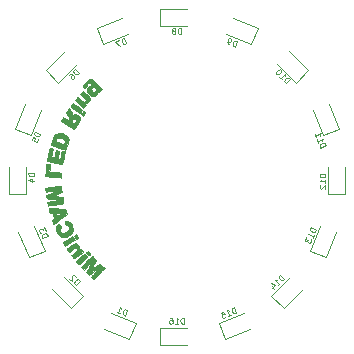
<source format=gbr>
G04 #@! TF.GenerationSoftware,KiCad,Pcbnew,(5.1.4)-1*
G04 #@! TF.CreationDate,2020-09-01T22:50:08-07:00*
G04 #@! TF.ProjectId,LED_Ring,4c45445f-5269-46e6-972e-6b696361645f,rev?*
G04 #@! TF.SameCoordinates,Original*
G04 #@! TF.FileFunction,Legend,Bot*
G04 #@! TF.FilePolarity,Positive*
%FSLAX46Y46*%
G04 Gerber Fmt 4.6, Leading zero omitted, Abs format (unit mm)*
G04 Created by KiCad (PCBNEW (5.1.4)-1) date 2020-09-01 22:50:08*
%MOMM*%
%LPD*%
G04 APERTURE LIST*
%ADD10C,0.010000*%
%ADD11C,0.100000*%
G04 APERTURE END LIST*
D10*
G36*
X102625796Y-86478826D02*
G01*
X102575476Y-86416408D01*
X102555444Y-86392859D01*
X102442745Y-86260828D01*
X102360676Y-86325057D01*
X102308630Y-86372940D01*
X102280766Y-86412536D01*
X102279258Y-86419898D01*
X102296327Y-86454167D01*
X102339800Y-86511096D01*
X102384445Y-86561278D01*
X102454661Y-86627644D01*
X102508658Y-86651901D01*
X102559673Y-86634787D01*
X102620941Y-86577042D01*
X102623155Y-86574602D01*
X102645103Y-86545757D01*
X102647494Y-86517887D01*
X102625796Y-86478826D01*
X102625796Y-86478826D01*
G37*
X102625796Y-86478826D02*
X102575476Y-86416408D01*
X102555444Y-86392859D01*
X102442745Y-86260828D01*
X102360676Y-86325057D01*
X102308630Y-86372940D01*
X102280766Y-86412536D01*
X102279258Y-86419898D01*
X102296327Y-86454167D01*
X102339800Y-86511096D01*
X102384445Y-86561278D01*
X102454661Y-86627644D01*
X102508658Y-86651901D01*
X102559673Y-86634787D01*
X102620941Y-86577042D01*
X102623155Y-86574602D01*
X102645103Y-86545757D01*
X102647494Y-86517887D01*
X102625796Y-86478826D01*
G36*
X103248369Y-72174382D02*
G01*
X103105339Y-72023731D01*
X102990012Y-71908795D01*
X102896309Y-71825764D01*
X102818149Y-71770830D01*
X102749453Y-71740182D01*
X102684140Y-71730009D01*
X102616131Y-71736504D01*
X102567664Y-71747840D01*
X102481945Y-71787293D01*
X102380518Y-71858157D01*
X102276492Y-71948562D01*
X102182974Y-72046637D01*
X102113071Y-72140511D01*
X102093078Y-72177635D01*
X102060313Y-72254631D01*
X102049261Y-72307252D01*
X102058882Y-72357882D01*
X102082073Y-72414995D01*
X102113484Y-72475176D01*
X102141916Y-72511352D01*
X102143609Y-72512513D01*
X102174793Y-72504255D01*
X102222178Y-72462997D01*
X102276204Y-72400905D01*
X102327308Y-72330145D01*
X102365931Y-72262882D01*
X102382511Y-72211282D01*
X102382599Y-72208412D01*
X102404785Y-72143274D01*
X102459367Y-72082101D01*
X102528382Y-72041799D01*
X102567225Y-72034647D01*
X102611883Y-72052121D01*
X102673796Y-72096792D01*
X102711852Y-72131651D01*
X102808856Y-72228655D01*
X102693220Y-72247979D01*
X102600923Y-72275338D01*
X102520755Y-72330737D01*
X102480092Y-72370951D01*
X102421746Y-72439053D01*
X102392740Y-72497249D01*
X102383188Y-72569762D01*
X102382599Y-72609810D01*
X102404139Y-72751516D01*
X102463272Y-72881445D01*
X102551771Y-72992592D01*
X102661409Y-73077949D01*
X102783958Y-73130510D01*
X102911191Y-73143269D01*
X102936990Y-73138159D01*
X102936990Y-72803902D01*
X102870769Y-72784584D01*
X102799366Y-72724783D01*
X102762374Y-72683187D01*
X102707888Y-72598835D01*
X102700990Y-72525703D01*
X102741527Y-72454405D01*
X102758388Y-72436433D01*
X102817056Y-72387919D01*
X102870080Y-72376927D01*
X102936120Y-72402150D01*
X102969625Y-72421638D01*
X103047471Y-72490025D01*
X103092325Y-72572599D01*
X103102878Y-72657274D01*
X103077821Y-72731961D01*
X103015846Y-72784574D01*
X103009240Y-72787473D01*
X102936990Y-72803902D01*
X102936990Y-73138159D01*
X102990557Y-73127549D01*
X103094714Y-73069167D01*
X103183834Y-72976001D01*
X103243350Y-72865263D01*
X103256798Y-72813014D01*
X103268959Y-72748325D01*
X103283067Y-72726936D01*
X103308289Y-72740650D01*
X103323108Y-72753737D01*
X103352071Y-72775759D01*
X103379094Y-72777060D01*
X103416001Y-72752459D01*
X103474609Y-72696772D01*
X103491540Y-72679883D01*
X103610325Y-72561099D01*
X103248369Y-72174382D01*
X103248369Y-72174382D01*
G37*
X103248369Y-72174382D02*
X103105339Y-72023731D01*
X102990012Y-71908795D01*
X102896309Y-71825764D01*
X102818149Y-71770830D01*
X102749453Y-71740182D01*
X102684140Y-71730009D01*
X102616131Y-71736504D01*
X102567664Y-71747840D01*
X102481945Y-71787293D01*
X102380518Y-71858157D01*
X102276492Y-71948562D01*
X102182974Y-72046637D01*
X102113071Y-72140511D01*
X102093078Y-72177635D01*
X102060313Y-72254631D01*
X102049261Y-72307252D01*
X102058882Y-72357882D01*
X102082073Y-72414995D01*
X102113484Y-72475176D01*
X102141916Y-72511352D01*
X102143609Y-72512513D01*
X102174793Y-72504255D01*
X102222178Y-72462997D01*
X102276204Y-72400905D01*
X102327308Y-72330145D01*
X102365931Y-72262882D01*
X102382511Y-72211282D01*
X102382599Y-72208412D01*
X102404785Y-72143274D01*
X102459367Y-72082101D01*
X102528382Y-72041799D01*
X102567225Y-72034647D01*
X102611883Y-72052121D01*
X102673796Y-72096792D01*
X102711852Y-72131651D01*
X102808856Y-72228655D01*
X102693220Y-72247979D01*
X102600923Y-72275338D01*
X102520755Y-72330737D01*
X102480092Y-72370951D01*
X102421746Y-72439053D01*
X102392740Y-72497249D01*
X102383188Y-72569762D01*
X102382599Y-72609810D01*
X102404139Y-72751516D01*
X102463272Y-72881445D01*
X102551771Y-72992592D01*
X102661409Y-73077949D01*
X102783958Y-73130510D01*
X102911191Y-73143269D01*
X102936990Y-73138159D01*
X102936990Y-72803902D01*
X102870769Y-72784584D01*
X102799366Y-72724783D01*
X102762374Y-72683187D01*
X102707888Y-72598835D01*
X102700990Y-72525703D01*
X102741527Y-72454405D01*
X102758388Y-72436433D01*
X102817056Y-72387919D01*
X102870080Y-72376927D01*
X102936120Y-72402150D01*
X102969625Y-72421638D01*
X103047471Y-72490025D01*
X103092325Y-72572599D01*
X103102878Y-72657274D01*
X103077821Y-72731961D01*
X103015846Y-72784574D01*
X103009240Y-72787473D01*
X102936990Y-72803902D01*
X102936990Y-73138159D01*
X102990557Y-73127549D01*
X103094714Y-73069167D01*
X103183834Y-72976001D01*
X103243350Y-72865263D01*
X103256798Y-72813014D01*
X103268959Y-72748325D01*
X103283067Y-72726936D01*
X103308289Y-72740650D01*
X103323108Y-72753737D01*
X103352071Y-72775759D01*
X103379094Y-72777060D01*
X103416001Y-72752459D01*
X103474609Y-72696772D01*
X103491540Y-72679883D01*
X103610325Y-72561099D01*
X103248369Y-72174382D01*
G36*
X102158018Y-74489178D02*
G01*
X102102145Y-74448766D01*
X102060925Y-74428059D01*
X102056675Y-74427393D01*
X102031736Y-74445748D01*
X101987281Y-74492618D01*
X101934445Y-74554516D01*
X101884363Y-74617959D01*
X101848170Y-74669458D01*
X101836642Y-74693872D01*
X101855325Y-74713408D01*
X101901471Y-74750477D01*
X101913584Y-74759542D01*
X101969642Y-74797025D01*
X102008358Y-74815892D01*
X102012026Y-74816428D01*
X102037553Y-74797122D01*
X102082926Y-74746751D01*
X102132970Y-74683228D01*
X102232413Y-74550028D01*
X102158018Y-74489178D01*
X102158018Y-74489178D01*
G37*
X102158018Y-74489178D02*
X102102145Y-74448766D01*
X102060925Y-74428059D01*
X102056675Y-74427393D01*
X102031736Y-74445748D01*
X101987281Y-74492618D01*
X101934445Y-74554516D01*
X101884363Y-74617959D01*
X101848170Y-74669458D01*
X101836642Y-74693872D01*
X101855325Y-74713408D01*
X101901471Y-74750477D01*
X101913584Y-74759542D01*
X101969642Y-74797025D01*
X102008358Y-74815892D01*
X102012026Y-74816428D01*
X102037553Y-74797122D01*
X102082926Y-74746751D01*
X102132970Y-74683228D01*
X102232413Y-74550028D01*
X102158018Y-74489178D01*
G36*
X103674642Y-87534536D02*
G01*
X103486467Y-87347617D01*
X103126525Y-87569852D01*
X103005403Y-87643880D01*
X102900659Y-87706463D01*
X102819815Y-87753223D01*
X102770390Y-87779782D01*
X102758556Y-87784059D01*
X102767928Y-87759934D01*
X102798998Y-87698420D01*
X102847657Y-87607264D01*
X102909795Y-87494217D01*
X102955704Y-87412248D01*
X103160881Y-87048464D01*
X102986920Y-86872978D01*
X102908662Y-86796949D01*
X102841990Y-86737521D01*
X102796442Y-86702937D01*
X102783861Y-86697492D01*
X102758611Y-86715540D01*
X102702783Y-86766320D01*
X102621529Y-86844786D01*
X102519996Y-86945894D01*
X102403337Y-87064597D01*
X102299552Y-87171990D01*
X101844343Y-87646488D01*
X101967775Y-87756660D01*
X102091208Y-87866831D01*
X102435523Y-87502446D01*
X102542469Y-87390260D01*
X102636898Y-87293090D01*
X102713214Y-87216542D01*
X102765820Y-87166219D01*
X102789120Y-87147728D01*
X102789631Y-87147853D01*
X102780340Y-87171905D01*
X102749771Y-87232825D01*
X102702466Y-87322350D01*
X102642969Y-87432217D01*
X102575826Y-87554166D01*
X102505581Y-87679932D01*
X102436776Y-87801254D01*
X102373957Y-87909870D01*
X102328543Y-87986226D01*
X102280133Y-88066054D01*
X102389861Y-88171925D01*
X102499590Y-88277797D01*
X102928556Y-88007999D01*
X103062386Y-87924596D01*
X103181810Y-87851628D01*
X103279657Y-87793359D01*
X103348752Y-87754052D01*
X103381924Y-87737973D01*
X103383033Y-87737805D01*
X103375417Y-87754968D01*
X103336911Y-87802337D01*
X103273317Y-87873277D01*
X103190438Y-87961155D01*
X103161649Y-87990890D01*
X103059712Y-88095956D01*
X102960865Y-88198558D01*
X102875922Y-88287427D01*
X102815692Y-88351298D01*
X102812320Y-88354931D01*
X102709884Y-88465492D01*
X102820705Y-88578411D01*
X102931526Y-88691329D01*
X103249975Y-88363858D01*
X103367200Y-88242946D01*
X103484150Y-88121673D01*
X103590829Y-88010447D01*
X103677242Y-87919678D01*
X103715621Y-87878921D01*
X103862818Y-87721456D01*
X103674642Y-87534536D01*
X103674642Y-87534536D01*
G37*
X103674642Y-87534536D02*
X103486467Y-87347617D01*
X103126525Y-87569852D01*
X103005403Y-87643880D01*
X102900659Y-87706463D01*
X102819815Y-87753223D01*
X102770390Y-87779782D01*
X102758556Y-87784059D01*
X102767928Y-87759934D01*
X102798998Y-87698420D01*
X102847657Y-87607264D01*
X102909795Y-87494217D01*
X102955704Y-87412248D01*
X103160881Y-87048464D01*
X102986920Y-86872978D01*
X102908662Y-86796949D01*
X102841990Y-86737521D01*
X102796442Y-86702937D01*
X102783861Y-86697492D01*
X102758611Y-86715540D01*
X102702783Y-86766320D01*
X102621529Y-86844786D01*
X102519996Y-86945894D01*
X102403337Y-87064597D01*
X102299552Y-87171990D01*
X101844343Y-87646488D01*
X101967775Y-87756660D01*
X102091208Y-87866831D01*
X102435523Y-87502446D01*
X102542469Y-87390260D01*
X102636898Y-87293090D01*
X102713214Y-87216542D01*
X102765820Y-87166219D01*
X102789120Y-87147728D01*
X102789631Y-87147853D01*
X102780340Y-87171905D01*
X102749771Y-87232825D01*
X102702466Y-87322350D01*
X102642969Y-87432217D01*
X102575826Y-87554166D01*
X102505581Y-87679932D01*
X102436776Y-87801254D01*
X102373957Y-87909870D01*
X102328543Y-87986226D01*
X102280133Y-88066054D01*
X102389861Y-88171925D01*
X102499590Y-88277797D01*
X102928556Y-88007999D01*
X103062386Y-87924596D01*
X103181810Y-87851628D01*
X103279657Y-87793359D01*
X103348752Y-87754052D01*
X103381924Y-87737973D01*
X103383033Y-87737805D01*
X103375417Y-87754968D01*
X103336911Y-87802337D01*
X103273317Y-87873277D01*
X103190438Y-87961155D01*
X103161649Y-87990890D01*
X103059712Y-88095956D01*
X102960865Y-88198558D01*
X102875922Y-88287427D01*
X102815692Y-88351298D01*
X102812320Y-88354931D01*
X102709884Y-88465492D01*
X102820705Y-88578411D01*
X102931526Y-88691329D01*
X103249975Y-88363858D01*
X103367200Y-88242946D01*
X103484150Y-88121673D01*
X103590829Y-88010447D01*
X103677242Y-87919678D01*
X103715621Y-87878921D01*
X103862818Y-87721456D01*
X103674642Y-87534536D01*
G36*
X102276707Y-86643226D02*
G01*
X102218216Y-86577942D01*
X102171352Y-86533935D01*
X102147221Y-86520943D01*
X102121209Y-86539696D01*
X102063197Y-86586411D01*
X101980516Y-86655035D01*
X101880495Y-86739518D01*
X101823159Y-86788485D01*
X101713819Y-86881991D01*
X101615093Y-86966011D01*
X101535278Y-87033515D01*
X101482671Y-87077473D01*
X101469651Y-87088042D01*
X101444776Y-87111225D01*
X101440032Y-87135514D01*
X101459458Y-87172447D01*
X101507091Y-87233562D01*
X101530545Y-87262041D01*
X101588429Y-87330010D01*
X101633060Y-87378611D01*
X101654657Y-87397245D01*
X101677716Y-87381452D01*
X101732457Y-87337698D01*
X101811447Y-87272283D01*
X101907253Y-87191505D01*
X102012442Y-87101661D01*
X102119581Y-87009050D01*
X102221237Y-86919970D01*
X102286518Y-86861863D01*
X102385421Y-86773072D01*
X102276707Y-86643226D01*
X102276707Y-86643226D01*
G37*
X102276707Y-86643226D02*
X102218216Y-86577942D01*
X102171352Y-86533935D01*
X102147221Y-86520943D01*
X102121209Y-86539696D01*
X102063197Y-86586411D01*
X101980516Y-86655035D01*
X101880495Y-86739518D01*
X101823159Y-86788485D01*
X101713819Y-86881991D01*
X101615093Y-86966011D01*
X101535278Y-87033515D01*
X101482671Y-87077473D01*
X101469651Y-87088042D01*
X101444776Y-87111225D01*
X101440032Y-87135514D01*
X101459458Y-87172447D01*
X101507091Y-87233562D01*
X101530545Y-87262041D01*
X101588429Y-87330010D01*
X101633060Y-87378611D01*
X101654657Y-87397245D01*
X101677716Y-87381452D01*
X101732457Y-87337698D01*
X101811447Y-87272283D01*
X101907253Y-87191505D01*
X102012442Y-87101661D01*
X102119581Y-87009050D01*
X102221237Y-86919970D01*
X102286518Y-86861863D01*
X102385421Y-86773072D01*
X102276707Y-86643226D01*
G36*
X102594730Y-73290296D02*
G01*
X102564871Y-73253522D01*
X102502757Y-73189954D01*
X102415740Y-73106492D01*
X102311169Y-73010033D01*
X102196395Y-72907473D01*
X102078770Y-72805710D01*
X102073911Y-72801586D01*
X102012610Y-72749590D01*
X101782904Y-73009570D01*
X102017757Y-73230820D01*
X102130730Y-73341274D01*
X102205199Y-73425749D01*
X102243783Y-73490082D01*
X102249101Y-73540112D01*
X102223774Y-73581677D01*
X102187804Y-73609789D01*
X102135370Y-73634900D01*
X102081270Y-73636834D01*
X102017551Y-73612137D01*
X101936258Y-73557354D01*
X101829437Y-73469033D01*
X101795864Y-73439586D01*
X101709606Y-73364630D01*
X101637651Y-73304553D01*
X101588817Y-73266568D01*
X101572584Y-73256911D01*
X101548349Y-73275148D01*
X101501920Y-73323106D01*
X101448626Y-73384207D01*
X101341746Y-73511864D01*
X101695421Y-73830095D01*
X102049095Y-74148326D01*
X102290615Y-73906806D01*
X102232616Y-73866182D01*
X102183583Y-73821671D01*
X102184314Y-73792066D01*
X102234628Y-73777813D01*
X102269040Y-73776509D01*
X102383624Y-73754280D01*
X102483435Y-73694570D01*
X102561461Y-73607848D01*
X102610691Y-73504579D01*
X102624114Y-73395232D01*
X102594730Y-73290296D01*
X102594730Y-73290296D01*
G37*
X102594730Y-73290296D02*
X102564871Y-73253522D01*
X102502757Y-73189954D01*
X102415740Y-73106492D01*
X102311169Y-73010033D01*
X102196395Y-72907473D01*
X102078770Y-72805710D01*
X102073911Y-72801586D01*
X102012610Y-72749590D01*
X101782904Y-73009570D01*
X102017757Y-73230820D01*
X102130730Y-73341274D01*
X102205199Y-73425749D01*
X102243783Y-73490082D01*
X102249101Y-73540112D01*
X102223774Y-73581677D01*
X102187804Y-73609789D01*
X102135370Y-73634900D01*
X102081270Y-73636834D01*
X102017551Y-73612137D01*
X101936258Y-73557354D01*
X101829437Y-73469033D01*
X101795864Y-73439586D01*
X101709606Y-73364630D01*
X101637651Y-73304553D01*
X101588817Y-73266568D01*
X101572584Y-73256911D01*
X101548349Y-73275148D01*
X101501920Y-73323106D01*
X101448626Y-73384207D01*
X101341746Y-73511864D01*
X101695421Y-73830095D01*
X102049095Y-74148326D01*
X102290615Y-73906806D01*
X102232616Y-73866182D01*
X102183583Y-73821671D01*
X102184314Y-73792066D01*
X102234628Y-73777813D01*
X102269040Y-73776509D01*
X102383624Y-73754280D01*
X102483435Y-73694570D01*
X102561461Y-73607848D01*
X102610691Y-73504579D01*
X102624114Y-73395232D01*
X102594730Y-73290296D01*
G36*
X101623254Y-85140680D02*
G01*
X101596457Y-85089104D01*
X101557178Y-85020627D01*
X101514063Y-84949391D01*
X101475755Y-84889538D01*
X101450899Y-84855212D01*
X101446673Y-84851797D01*
X101418449Y-84864142D01*
X101362900Y-84895049D01*
X101337337Y-84910266D01*
X101241001Y-84968628D01*
X101320788Y-85098618D01*
X101367157Y-85172480D01*
X101404131Y-85228373D01*
X101419803Y-85249484D01*
X101449678Y-85249597D01*
X101502726Y-85229382D01*
X101561216Y-85198320D01*
X101607415Y-85165897D01*
X101623589Y-85141594D01*
X101623254Y-85140680D01*
X101623254Y-85140680D01*
G37*
X101623254Y-85140680D02*
X101596457Y-85089104D01*
X101557178Y-85020627D01*
X101514063Y-84949391D01*
X101475755Y-84889538D01*
X101450899Y-84855212D01*
X101446673Y-84851797D01*
X101418449Y-84864142D01*
X101362900Y-84895049D01*
X101337337Y-84910266D01*
X101241001Y-84968628D01*
X101320788Y-85098618D01*
X101367157Y-85172480D01*
X101404131Y-85228373D01*
X101419803Y-85249484D01*
X101449678Y-85249597D01*
X101502726Y-85229382D01*
X101561216Y-85198320D01*
X101607415Y-85165897D01*
X101623589Y-85141594D01*
X101623254Y-85140680D01*
G36*
X101895012Y-74304829D02*
G01*
X101841581Y-74258885D01*
X101762505Y-74194756D01*
X101665948Y-74118695D01*
X101560070Y-74036955D01*
X101453035Y-73955792D01*
X101353005Y-73881458D01*
X101268143Y-73820209D01*
X101206611Y-73778299D01*
X101178910Y-73762609D01*
X101147907Y-73776447D01*
X101098552Y-73825372D01*
X101039167Y-73899839D01*
X100978075Y-73990303D01*
X100972554Y-73999269D01*
X100984784Y-74028701D01*
X101040186Y-74084644D01*
X101137753Y-74166184D01*
X101258532Y-74259014D01*
X101374309Y-74345686D01*
X101481745Y-74426151D01*
X101570804Y-74492892D01*
X101631453Y-74538389D01*
X101643154Y-74547183D01*
X101722643Y-74606982D01*
X101818640Y-74478399D01*
X101869235Y-74407078D01*
X101904016Y-74351260D01*
X101914636Y-74326331D01*
X101895012Y-74304829D01*
X101895012Y-74304829D01*
G37*
X101895012Y-74304829D02*
X101841581Y-74258885D01*
X101762505Y-74194756D01*
X101665948Y-74118695D01*
X101560070Y-74036955D01*
X101453035Y-73955792D01*
X101353005Y-73881458D01*
X101268143Y-73820209D01*
X101206611Y-73778299D01*
X101178910Y-73762609D01*
X101147907Y-73776447D01*
X101098552Y-73825372D01*
X101039167Y-73899839D01*
X100978075Y-73990303D01*
X100972554Y-73999269D01*
X100984784Y-74028701D01*
X101040186Y-74084644D01*
X101137753Y-74166184D01*
X101258532Y-74259014D01*
X101374309Y-74345686D01*
X101481745Y-74426151D01*
X101570804Y-74492892D01*
X101631453Y-74538389D01*
X101643154Y-74547183D01*
X101722643Y-74606982D01*
X101818640Y-74478399D01*
X101869235Y-74407078D01*
X101904016Y-74351260D01*
X101914636Y-74326331D01*
X101895012Y-74304829D01*
G36*
X101920355Y-86214427D02*
G01*
X101825147Y-86078186D01*
X101752235Y-86130104D01*
X101679322Y-86182022D01*
X101695884Y-86078453D01*
X101696239Y-85945950D01*
X101658302Y-85828725D01*
X101589705Y-85733635D01*
X101498075Y-85667537D01*
X101391045Y-85637289D01*
X101276243Y-85649747D01*
X101236112Y-85665246D01*
X101190509Y-85691617D01*
X101118276Y-85739164D01*
X101028706Y-85801130D01*
X100931094Y-85870755D01*
X100834736Y-85941283D01*
X100748925Y-86005956D01*
X100682957Y-86058016D01*
X100646126Y-86090705D01*
X100641526Y-86097538D01*
X100656371Y-86124763D01*
X100694053Y-86180026D01*
X100735010Y-86236028D01*
X100788967Y-86302140D01*
X100833832Y-86346955D01*
X100855396Y-86359519D01*
X100887409Y-86344760D01*
X100949363Y-86305321D01*
X101030165Y-86248455D01*
X101067388Y-86220869D01*
X101203718Y-86122090D01*
X101307516Y-86056974D01*
X101384330Y-86023784D01*
X101439713Y-86020783D01*
X101479213Y-86046232D01*
X101502526Y-86084623D01*
X101521481Y-86147557D01*
X101514120Y-86206728D01*
X101475881Y-86269120D01*
X101402201Y-86341712D01*
X101288517Y-86431485D01*
X101263950Y-86449644D01*
X101153063Y-86534941D01*
X101080048Y-86599883D01*
X101047625Y-86641916D01*
X101047294Y-86653232D01*
X101100912Y-86737144D01*
X101157724Y-86812721D01*
X101208647Y-86869180D01*
X101244597Y-86895733D01*
X101251786Y-86896037D01*
X101281457Y-86877717D01*
X101345629Y-86833868D01*
X101436870Y-86769704D01*
X101547750Y-86690443D01*
X101648200Y-86617778D01*
X102015562Y-86350668D01*
X101920355Y-86214427D01*
X101920355Y-86214427D01*
G37*
X101920355Y-86214427D02*
X101825147Y-86078186D01*
X101752235Y-86130104D01*
X101679322Y-86182022D01*
X101695884Y-86078453D01*
X101696239Y-85945950D01*
X101658302Y-85828725D01*
X101589705Y-85733635D01*
X101498075Y-85667537D01*
X101391045Y-85637289D01*
X101276243Y-85649747D01*
X101236112Y-85665246D01*
X101190509Y-85691617D01*
X101118276Y-85739164D01*
X101028706Y-85801130D01*
X100931094Y-85870755D01*
X100834736Y-85941283D01*
X100748925Y-86005956D01*
X100682957Y-86058016D01*
X100646126Y-86090705D01*
X100641526Y-86097538D01*
X100656371Y-86124763D01*
X100694053Y-86180026D01*
X100735010Y-86236028D01*
X100788967Y-86302140D01*
X100833832Y-86346955D01*
X100855396Y-86359519D01*
X100887409Y-86344760D01*
X100949363Y-86305321D01*
X101030165Y-86248455D01*
X101067388Y-86220869D01*
X101203718Y-86122090D01*
X101307516Y-86056974D01*
X101384330Y-86023784D01*
X101439713Y-86020783D01*
X101479213Y-86046232D01*
X101502526Y-86084623D01*
X101521481Y-86147557D01*
X101514120Y-86206728D01*
X101475881Y-86269120D01*
X101402201Y-86341712D01*
X101288517Y-86431485D01*
X101263950Y-86449644D01*
X101153063Y-86534941D01*
X101080048Y-86599883D01*
X101047625Y-86641916D01*
X101047294Y-86653232D01*
X101100912Y-86737144D01*
X101157724Y-86812721D01*
X101208647Y-86869180D01*
X101244597Y-86895733D01*
X101251786Y-86896037D01*
X101281457Y-86877717D01*
X101345629Y-86833868D01*
X101436870Y-86769704D01*
X101547750Y-86690443D01*
X101648200Y-86617778D01*
X102015562Y-86350668D01*
X101920355Y-86214427D01*
G36*
X101128918Y-85034122D02*
G01*
X101033955Y-85092368D01*
X100976649Y-85127285D01*
X100886157Y-85182155D01*
X100773834Y-85250103D01*
X100651035Y-85324254D01*
X100620877Y-85342444D01*
X100507580Y-85411924D01*
X100412410Y-85472499D01*
X100343241Y-85518985D01*
X100307944Y-85546197D01*
X100305053Y-85550428D01*
X100318743Y-85579612D01*
X100352006Y-85639137D01*
X100389546Y-85702615D01*
X100435430Y-85774266D01*
X100472041Y-85823723D01*
X100489189Y-85839104D01*
X100500097Y-85835983D01*
X100523480Y-85824411D01*
X100564075Y-85801560D01*
X100626621Y-85764605D01*
X100715854Y-85710720D01*
X100836514Y-85637079D01*
X100993336Y-85540857D01*
X101126586Y-85458908D01*
X101313460Y-85343914D01*
X101128918Y-85034122D01*
X101128918Y-85034122D01*
G37*
X101128918Y-85034122D02*
X101033955Y-85092368D01*
X100976649Y-85127285D01*
X100886157Y-85182155D01*
X100773834Y-85250103D01*
X100651035Y-85324254D01*
X100620877Y-85342444D01*
X100507580Y-85411924D01*
X100412410Y-85472499D01*
X100343241Y-85518985D01*
X100307944Y-85546197D01*
X100305053Y-85550428D01*
X100318743Y-85579612D01*
X100352006Y-85639137D01*
X100389546Y-85702615D01*
X100435430Y-85774266D01*
X100472041Y-85823723D01*
X100489189Y-85839104D01*
X100500097Y-85835983D01*
X100523480Y-85824411D01*
X100564075Y-85801560D01*
X100626621Y-85764605D01*
X100715854Y-85710720D01*
X100836514Y-85637079D01*
X100993336Y-85540857D01*
X101126586Y-85458908D01*
X101313460Y-85343914D01*
X101128918Y-85034122D01*
G36*
X101752970Y-74931617D02*
G01*
X101710966Y-74866233D01*
X101672379Y-74822425D01*
X101560507Y-74737699D01*
X101436244Y-74702447D01*
X101304518Y-74717113D01*
X101176994Y-74777660D01*
X101108700Y-74822408D01*
X101108700Y-74732297D01*
X101098833Y-74660833D01*
X101067020Y-74572026D01*
X101009936Y-74458500D01*
X100924262Y-74312877D01*
X100907900Y-74286462D01*
X100828806Y-74159465D01*
X100738717Y-74300298D01*
X100673488Y-74402037D01*
X100632758Y-74474361D01*
X100616347Y-74531566D01*
X100624071Y-74587949D01*
X100655753Y-74657806D01*
X100711209Y-74755433D01*
X100732491Y-74792337D01*
X100800955Y-74914233D01*
X100844631Y-75001239D01*
X100866195Y-75062614D01*
X100868320Y-75107620D01*
X100853682Y-75145517D01*
X100840290Y-75165548D01*
X100821512Y-75185417D01*
X100797248Y-75190374D01*
X100758055Y-75177157D01*
X100694485Y-75142502D01*
X100597093Y-75083146D01*
X100591251Y-75079524D01*
X100497358Y-75022508D01*
X100419829Y-74977697D01*
X100369288Y-74951113D01*
X100356395Y-74946417D01*
X100335689Y-74966513D01*
X100297422Y-75017717D01*
X100250539Y-75086406D01*
X100203986Y-75158955D01*
X100166706Y-75221740D01*
X100147646Y-75261137D01*
X100146776Y-75265688D01*
X100167947Y-75282175D01*
X100227547Y-75322120D01*
X100319705Y-75381758D01*
X100438551Y-75457322D01*
X100578215Y-75545047D01*
X100711969Y-75628257D01*
X101275720Y-75977474D01*
X101275720Y-75488167D01*
X101251023Y-75482398D01*
X101199431Y-75456051D01*
X101136453Y-75418645D01*
X101077597Y-75379694D01*
X101038370Y-75348714D01*
X101030706Y-75337817D01*
X101044800Y-75307088D01*
X101080780Y-75250322D01*
X101107884Y-75211649D01*
X101184237Y-75119109D01*
X101249363Y-75071877D01*
X101310175Y-75066532D01*
X101357424Y-75088158D01*
X101407878Y-75148571D01*
X101413390Y-75233127D01*
X101374260Y-75340347D01*
X101290792Y-75468754D01*
X101275720Y-75488167D01*
X101275720Y-75977474D01*
X101277163Y-75978368D01*
X101495275Y-75625103D01*
X101605991Y-75441553D01*
X101687710Y-75293755D01*
X101741850Y-75175285D01*
X101769829Y-75079720D01*
X101773063Y-75000639D01*
X101752970Y-74931617D01*
X101752970Y-74931617D01*
G37*
X101752970Y-74931617D02*
X101710966Y-74866233D01*
X101672379Y-74822425D01*
X101560507Y-74737699D01*
X101436244Y-74702447D01*
X101304518Y-74717113D01*
X101176994Y-74777660D01*
X101108700Y-74822408D01*
X101108700Y-74732297D01*
X101098833Y-74660833D01*
X101067020Y-74572026D01*
X101009936Y-74458500D01*
X100924262Y-74312877D01*
X100907900Y-74286462D01*
X100828806Y-74159465D01*
X100738717Y-74300298D01*
X100673488Y-74402037D01*
X100632758Y-74474361D01*
X100616347Y-74531566D01*
X100624071Y-74587949D01*
X100655753Y-74657806D01*
X100711209Y-74755433D01*
X100732491Y-74792337D01*
X100800955Y-74914233D01*
X100844631Y-75001239D01*
X100866195Y-75062614D01*
X100868320Y-75107620D01*
X100853682Y-75145517D01*
X100840290Y-75165548D01*
X100821512Y-75185417D01*
X100797248Y-75190374D01*
X100758055Y-75177157D01*
X100694485Y-75142502D01*
X100597093Y-75083146D01*
X100591251Y-75079524D01*
X100497358Y-75022508D01*
X100419829Y-74977697D01*
X100369288Y-74951113D01*
X100356395Y-74946417D01*
X100335689Y-74966513D01*
X100297422Y-75017717D01*
X100250539Y-75086406D01*
X100203986Y-75158955D01*
X100166706Y-75221740D01*
X100147646Y-75261137D01*
X100146776Y-75265688D01*
X100167947Y-75282175D01*
X100227547Y-75322120D01*
X100319705Y-75381758D01*
X100438551Y-75457322D01*
X100578215Y-75545047D01*
X100711969Y-75628257D01*
X101275720Y-75977474D01*
X101275720Y-75488167D01*
X101251023Y-75482398D01*
X101199431Y-75456051D01*
X101136453Y-75418645D01*
X101077597Y-75379694D01*
X101038370Y-75348714D01*
X101030706Y-75337817D01*
X101044800Y-75307088D01*
X101080780Y-75250322D01*
X101107884Y-75211649D01*
X101184237Y-75119109D01*
X101249363Y-75071877D01*
X101310175Y-75066532D01*
X101357424Y-75088158D01*
X101407878Y-75148571D01*
X101413390Y-75233127D01*
X101374260Y-75340347D01*
X101290792Y-75468754D01*
X101275720Y-75488167D01*
X101275720Y-75977474D01*
X101277163Y-75978368D01*
X101495275Y-75625103D01*
X101605991Y-75441553D01*
X101687710Y-75293755D01*
X101741850Y-75175285D01*
X101769829Y-75079720D01*
X101773063Y-75000639D01*
X101752970Y-74931617D01*
G36*
X101120975Y-84200151D02*
G01*
X101085300Y-84116140D01*
X100984083Y-83950006D01*
X100861375Y-83831114D01*
X100716771Y-83759179D01*
X100549864Y-83733914D01*
X100543244Y-83733870D01*
X100488751Y-83736093D01*
X100464823Y-83751512D01*
X100465480Y-83792882D01*
X100482371Y-83863715D01*
X100503465Y-83948620D01*
X100521610Y-84025719D01*
X100521718Y-84026202D01*
X100546109Y-84080557D01*
X100595115Y-84097515D01*
X100603944Y-84097697D01*
X100706852Y-84119461D01*
X100784182Y-84185986D01*
X100809454Y-84227166D01*
X100845055Y-84334555D01*
X100831584Y-84431431D01*
X100780339Y-84512947D01*
X100697348Y-84587254D01*
X100584113Y-84657640D01*
X100461765Y-84712165D01*
X100391773Y-84732517D01*
X100279935Y-84733570D01*
X100185896Y-84688682D01*
X100116056Y-84602642D01*
X100080209Y-84499306D01*
X100080360Y-84428501D01*
X100114261Y-84351282D01*
X100131993Y-84323780D01*
X100170034Y-84259572D01*
X100180172Y-84208103D01*
X100158944Y-84156365D01*
X100102888Y-84091351D01*
X100058488Y-84047654D01*
X100002218Y-83995783D01*
X99967658Y-83976115D01*
X99939610Y-83984226D01*
X99914021Y-84005593D01*
X99829319Y-84115354D01*
X99777617Y-84254209D01*
X99760648Y-84409706D01*
X99780146Y-84569394D01*
X99819538Y-84683962D01*
X99922208Y-84859344D01*
X100048598Y-84989651D01*
X100195839Y-85073628D01*
X100361063Y-85110019D01*
X100541402Y-85097570D01*
X100676024Y-85058776D01*
X100865948Y-84966576D01*
X101011154Y-84850357D01*
X101110450Y-84712863D01*
X101162646Y-84556836D01*
X101166551Y-84385018D01*
X101120975Y-84200151D01*
X101120975Y-84200151D01*
G37*
X101120975Y-84200151D02*
X101085300Y-84116140D01*
X100984083Y-83950006D01*
X100861375Y-83831114D01*
X100716771Y-83759179D01*
X100549864Y-83733914D01*
X100543244Y-83733870D01*
X100488751Y-83736093D01*
X100464823Y-83751512D01*
X100465480Y-83792882D01*
X100482371Y-83863715D01*
X100503465Y-83948620D01*
X100521610Y-84025719D01*
X100521718Y-84026202D01*
X100546109Y-84080557D01*
X100595115Y-84097515D01*
X100603944Y-84097697D01*
X100706852Y-84119461D01*
X100784182Y-84185986D01*
X100809454Y-84227166D01*
X100845055Y-84334555D01*
X100831584Y-84431431D01*
X100780339Y-84512947D01*
X100697348Y-84587254D01*
X100584113Y-84657640D01*
X100461765Y-84712165D01*
X100391773Y-84732517D01*
X100279935Y-84733570D01*
X100185896Y-84688682D01*
X100116056Y-84602642D01*
X100080209Y-84499306D01*
X100080360Y-84428501D01*
X100114261Y-84351282D01*
X100131993Y-84323780D01*
X100170034Y-84259572D01*
X100180172Y-84208103D01*
X100158944Y-84156365D01*
X100102888Y-84091351D01*
X100058488Y-84047654D01*
X100002218Y-83995783D01*
X99967658Y-83976115D01*
X99939610Y-83984226D01*
X99914021Y-84005593D01*
X99829319Y-84115354D01*
X99777617Y-84254209D01*
X99760648Y-84409706D01*
X99780146Y-84569394D01*
X99819538Y-84683962D01*
X99922208Y-84859344D01*
X100048598Y-84989651D01*
X100195839Y-85073628D01*
X100361063Y-85110019D01*
X100541402Y-85097570D01*
X100676024Y-85058776D01*
X100865948Y-84966576D01*
X101011154Y-84850357D01*
X101110450Y-84712863D01*
X101162646Y-84556836D01*
X101166551Y-84385018D01*
X101120975Y-84200151D01*
G36*
X100787519Y-76736168D02*
G01*
X100741626Y-76635862D01*
X100665993Y-76544386D01*
X100649557Y-76528653D01*
X100535786Y-76445642D01*
X100389651Y-76371123D01*
X100230705Y-76312830D01*
X100078502Y-76278501D01*
X100002392Y-76272621D01*
X99904481Y-76290819D01*
X99793762Y-76338865D01*
X99689836Y-76405944D01*
X99612300Y-76481244D01*
X99604418Y-76492193D01*
X99572005Y-76550668D01*
X99527330Y-76645561D01*
X99475943Y-76764442D01*
X99423397Y-76894879D01*
X99415933Y-76914217D01*
X99364046Y-77049268D01*
X99328155Y-77143354D01*
X99305938Y-77204170D01*
X99295074Y-77239412D01*
X99293241Y-77256777D01*
X99298116Y-77263961D01*
X99307380Y-77268662D01*
X99308765Y-77269479D01*
X99350594Y-77289260D01*
X99430222Y-77321659D01*
X99539615Y-77363802D01*
X99670737Y-77412816D01*
X99815552Y-77465829D01*
X99966025Y-77519968D01*
X100114120Y-77572360D01*
X100251802Y-77620131D01*
X100371036Y-77660410D01*
X100408656Y-77672542D01*
X100408656Y-77258620D01*
X100232219Y-77193214D01*
X100056427Y-77127768D01*
X99923757Y-77077562D01*
X99828429Y-77040167D01*
X99764662Y-77013156D01*
X99726676Y-76994101D01*
X99708690Y-76980574D01*
X99704810Y-76971701D01*
X99715121Y-76935665D01*
X99741304Y-76871329D01*
X99758520Y-76833430D01*
X99821552Y-76734810D01*
X99900483Y-76682159D01*
X100003203Y-76671970D01*
X100088178Y-76686882D01*
X100225860Y-76733660D01*
X100342263Y-76797089D01*
X100425931Y-76869925D01*
X100458130Y-76920763D01*
X100476870Y-76993197D01*
X100470849Y-77073934D01*
X100438543Y-77179840D01*
X100433496Y-77193286D01*
X100408656Y-77258620D01*
X100408656Y-77672542D01*
X100463786Y-77690323D01*
X100522016Y-77706997D01*
X100538244Y-77709044D01*
X100553569Y-77678502D01*
X100582986Y-77608875D01*
X100622554Y-77509850D01*
X100668335Y-77391111D01*
X100678502Y-77364227D01*
X100749165Y-77159333D01*
X100791049Y-76990977D01*
X100803913Y-76852231D01*
X100787519Y-76736168D01*
X100787519Y-76736168D01*
G37*
X100787519Y-76736168D02*
X100741626Y-76635862D01*
X100665993Y-76544386D01*
X100649557Y-76528653D01*
X100535786Y-76445642D01*
X100389651Y-76371123D01*
X100230705Y-76312830D01*
X100078502Y-76278501D01*
X100002392Y-76272621D01*
X99904481Y-76290819D01*
X99793762Y-76338865D01*
X99689836Y-76405944D01*
X99612300Y-76481244D01*
X99604418Y-76492193D01*
X99572005Y-76550668D01*
X99527330Y-76645561D01*
X99475943Y-76764442D01*
X99423397Y-76894879D01*
X99415933Y-76914217D01*
X99364046Y-77049268D01*
X99328155Y-77143354D01*
X99305938Y-77204170D01*
X99295074Y-77239412D01*
X99293241Y-77256777D01*
X99298116Y-77263961D01*
X99307380Y-77268662D01*
X99308765Y-77269479D01*
X99350594Y-77289260D01*
X99430222Y-77321659D01*
X99539615Y-77363802D01*
X99670737Y-77412816D01*
X99815552Y-77465829D01*
X99966025Y-77519968D01*
X100114120Y-77572360D01*
X100251802Y-77620131D01*
X100371036Y-77660410D01*
X100408656Y-77672542D01*
X100408656Y-77258620D01*
X100232219Y-77193214D01*
X100056427Y-77127768D01*
X99923757Y-77077562D01*
X99828429Y-77040167D01*
X99764662Y-77013156D01*
X99726676Y-76994101D01*
X99708690Y-76980574D01*
X99704810Y-76971701D01*
X99715121Y-76935665D01*
X99741304Y-76871329D01*
X99758520Y-76833430D01*
X99821552Y-76734810D01*
X99900483Y-76682159D01*
X100003203Y-76671970D01*
X100088178Y-76686882D01*
X100225860Y-76733660D01*
X100342263Y-76797089D01*
X100425931Y-76869925D01*
X100458130Y-76920763D01*
X100476870Y-76993197D01*
X100470849Y-77073934D01*
X100438543Y-77179840D01*
X100433496Y-77193286D01*
X100408656Y-77258620D01*
X100408656Y-77672542D01*
X100463786Y-77690323D01*
X100522016Y-77706997D01*
X100538244Y-77709044D01*
X100553569Y-77678502D01*
X100582986Y-77608875D01*
X100622554Y-77509850D01*
X100668335Y-77391111D01*
X100678502Y-77364227D01*
X100749165Y-77159333D01*
X100791049Y-76990977D01*
X100803913Y-76852231D01*
X100787519Y-76736168D01*
G36*
X100595716Y-82932655D02*
G01*
X100563654Y-82838325D01*
X100537237Y-82764726D01*
X100521031Y-82724450D01*
X100518939Y-82720852D01*
X100491552Y-82716416D01*
X100420698Y-82709934D01*
X100314842Y-82701914D01*
X100182450Y-82692865D01*
X100031988Y-82683296D01*
X99871921Y-82673714D01*
X99710716Y-82664627D01*
X99556837Y-82656545D01*
X99418751Y-82649975D01*
X99304923Y-82645426D01*
X99230348Y-82643481D01*
X99165225Y-82643805D01*
X99127539Y-82653234D01*
X99114404Y-82681221D01*
X99122933Y-82737218D01*
X99150238Y-82830675D01*
X99161802Y-82867890D01*
X99211883Y-83028974D01*
X99453371Y-83044780D01*
X99527770Y-83265762D01*
X99602168Y-83486745D01*
X99545338Y-83533277D01*
X99488234Y-83576416D01*
X99448735Y-83602067D01*
X99428844Y-83619509D01*
X99423731Y-83649844D01*
X99433964Y-83705569D01*
X99457282Y-83789516D01*
X99484456Y-83879253D01*
X99507807Y-83950823D01*
X99521295Y-83986400D01*
X99546355Y-83980903D01*
X99609412Y-83942876D01*
X99708849Y-83873469D01*
X99843050Y-83773831D01*
X99846370Y-83771278D01*
X99846370Y-83311996D01*
X99829230Y-83279390D01*
X99804747Y-83217305D01*
X99780158Y-83146175D01*
X99762698Y-83086430D01*
X99758638Y-83064278D01*
X99773432Y-83048013D01*
X99824034Y-83037743D01*
X99916467Y-83032670D01*
X100003787Y-83031781D01*
X100109919Y-83032733D01*
X100193205Y-83035292D01*
X100242353Y-83039013D01*
X100250767Y-83041533D01*
X100230968Y-83061298D01*
X100179326Y-83100311D01*
X100107480Y-83150787D01*
X100027066Y-83204945D01*
X99949720Y-83255001D01*
X99887080Y-83293173D01*
X99850781Y-83311679D01*
X99846370Y-83311996D01*
X99846370Y-83771278D01*
X100010397Y-83645111D01*
X100099526Y-83575298D01*
X100662063Y-83132505D01*
X100595716Y-82932655D01*
X100595716Y-82932655D01*
G37*
X100595716Y-82932655D02*
X100563654Y-82838325D01*
X100537237Y-82764726D01*
X100521031Y-82724450D01*
X100518939Y-82720852D01*
X100491552Y-82716416D01*
X100420698Y-82709934D01*
X100314842Y-82701914D01*
X100182450Y-82692865D01*
X100031988Y-82683296D01*
X99871921Y-82673714D01*
X99710716Y-82664627D01*
X99556837Y-82656545D01*
X99418751Y-82649975D01*
X99304923Y-82645426D01*
X99230348Y-82643481D01*
X99165225Y-82643805D01*
X99127539Y-82653234D01*
X99114404Y-82681221D01*
X99122933Y-82737218D01*
X99150238Y-82830675D01*
X99161802Y-82867890D01*
X99211883Y-83028974D01*
X99453371Y-83044780D01*
X99527770Y-83265762D01*
X99602168Y-83486745D01*
X99545338Y-83533277D01*
X99488234Y-83576416D01*
X99448735Y-83602067D01*
X99428844Y-83619509D01*
X99423731Y-83649844D01*
X99433964Y-83705569D01*
X99457282Y-83789516D01*
X99484456Y-83879253D01*
X99507807Y-83950823D01*
X99521295Y-83986400D01*
X99546355Y-83980903D01*
X99609412Y-83942876D01*
X99708849Y-83873469D01*
X99843050Y-83773831D01*
X99846370Y-83771278D01*
X99846370Y-83311996D01*
X99829230Y-83279390D01*
X99804747Y-83217305D01*
X99780158Y-83146175D01*
X99762698Y-83086430D01*
X99758638Y-83064278D01*
X99773432Y-83048013D01*
X99824034Y-83037743D01*
X99916467Y-83032670D01*
X100003787Y-83031781D01*
X100109919Y-83032733D01*
X100193205Y-83035292D01*
X100242353Y-83039013D01*
X100250767Y-83041533D01*
X100230968Y-83061298D01*
X100179326Y-83100311D01*
X100107480Y-83150787D01*
X100027066Y-83204945D01*
X99949720Y-83255001D01*
X99887080Y-83293173D01*
X99850781Y-83311679D01*
X99846370Y-83311996D01*
X99846370Y-83771278D01*
X100010397Y-83645111D01*
X100099526Y-83575298D01*
X100662063Y-83132505D01*
X100595716Y-82932655D01*
G36*
X100473512Y-77854616D02*
G01*
X100431574Y-77840064D01*
X100361769Y-77824452D01*
X100340743Y-77820760D01*
X100235734Y-77803474D01*
X100201979Y-77967320D01*
X100176994Y-78085883D01*
X100147931Y-78219964D01*
X100128540Y-78307275D01*
X100088857Y-78483384D01*
X99994326Y-78466609D01*
X99926879Y-78451046D01*
X99883527Y-78434515D01*
X99880160Y-78432053D01*
X99877911Y-78401216D01*
X99886263Y-78330338D01*
X99903635Y-78229925D01*
X99928444Y-78110484D01*
X99928772Y-78109014D01*
X99954397Y-77990308D01*
X99973987Y-77891541D01*
X99985647Y-77822881D01*
X99987481Y-77794496D01*
X99987404Y-77794408D01*
X99958193Y-77785348D01*
X99895290Y-77773152D01*
X99858970Y-77767376D01*
X99740151Y-77749693D01*
X99680154Y-78044422D01*
X99654855Y-78162816D01*
X99631346Y-78262322D01*
X99612381Y-78331909D01*
X99601343Y-78359994D01*
X99567175Y-78366396D01*
X99501646Y-78359099D01*
X99461684Y-78350408D01*
X99380400Y-78322883D01*
X99344232Y-78290881D01*
X99340839Y-78274563D01*
X99346362Y-78231826D01*
X99361336Y-78150735D01*
X99383367Y-78043562D01*
X99405834Y-77941224D01*
X99431792Y-77824165D01*
X99452822Y-77725406D01*
X99466585Y-77656188D01*
X99470829Y-77628648D01*
X99447982Y-77608785D01*
X99391296Y-77590322D01*
X99373336Y-77586717D01*
X99297601Y-77572060D01*
X99239323Y-77558705D01*
X99233777Y-77557162D01*
X99202707Y-77562316D01*
X99182400Y-77606232D01*
X99174781Y-77643041D01*
X99163605Y-77700599D01*
X99143296Y-77798293D01*
X99116110Y-77925530D01*
X99084308Y-78071715D01*
X99058111Y-78190445D01*
X99026801Y-78335761D01*
X99001301Y-78462525D01*
X98983129Y-78562466D01*
X98973799Y-78627311D01*
X98974118Y-78648781D01*
X99006003Y-78658354D01*
X99079340Y-78676217D01*
X99185804Y-78700603D01*
X99317069Y-78729746D01*
X99464809Y-78761878D01*
X99620699Y-78795234D01*
X99776414Y-78828045D01*
X99923627Y-78858546D01*
X100054014Y-78884969D01*
X100159248Y-78905548D01*
X100231005Y-78918515D01*
X100260959Y-78922105D01*
X100261289Y-78921945D01*
X100269817Y-78894417D01*
X100287555Y-78823805D01*
X100312678Y-78717840D01*
X100343362Y-78584250D01*
X100377784Y-78430765D01*
X100386549Y-78391146D01*
X100430298Y-78186086D01*
X100460104Y-78030571D01*
X100476053Y-77924076D01*
X100478229Y-77866078D01*
X100473512Y-77854616D01*
X100473512Y-77854616D01*
G37*
X100473512Y-77854616D02*
X100431574Y-77840064D01*
X100361769Y-77824452D01*
X100340743Y-77820760D01*
X100235734Y-77803474D01*
X100201979Y-77967320D01*
X100176994Y-78085883D01*
X100147931Y-78219964D01*
X100128540Y-78307275D01*
X100088857Y-78483384D01*
X99994326Y-78466609D01*
X99926879Y-78451046D01*
X99883527Y-78434515D01*
X99880160Y-78432053D01*
X99877911Y-78401216D01*
X99886263Y-78330338D01*
X99903635Y-78229925D01*
X99928444Y-78110484D01*
X99928772Y-78109014D01*
X99954397Y-77990308D01*
X99973987Y-77891541D01*
X99985647Y-77822881D01*
X99987481Y-77794496D01*
X99987404Y-77794408D01*
X99958193Y-77785348D01*
X99895290Y-77773152D01*
X99858970Y-77767376D01*
X99740151Y-77749693D01*
X99680154Y-78044422D01*
X99654855Y-78162816D01*
X99631346Y-78262322D01*
X99612381Y-78331909D01*
X99601343Y-78359994D01*
X99567175Y-78366396D01*
X99501646Y-78359099D01*
X99461684Y-78350408D01*
X99380400Y-78322883D01*
X99344232Y-78290881D01*
X99340839Y-78274563D01*
X99346362Y-78231826D01*
X99361336Y-78150735D01*
X99383367Y-78043562D01*
X99405834Y-77941224D01*
X99431792Y-77824165D01*
X99452822Y-77725406D01*
X99466585Y-77656188D01*
X99470829Y-77628648D01*
X99447982Y-77608785D01*
X99391296Y-77590322D01*
X99373336Y-77586717D01*
X99297601Y-77572060D01*
X99239323Y-77558705D01*
X99233777Y-77557162D01*
X99202707Y-77562316D01*
X99182400Y-77606232D01*
X99174781Y-77643041D01*
X99163605Y-77700599D01*
X99143296Y-77798293D01*
X99116110Y-77925530D01*
X99084308Y-78071715D01*
X99058111Y-78190445D01*
X99026801Y-78335761D01*
X99001301Y-78462525D01*
X98983129Y-78562466D01*
X98973799Y-78627311D01*
X98974118Y-78648781D01*
X99006003Y-78658354D01*
X99079340Y-78676217D01*
X99185804Y-78700603D01*
X99317069Y-78729746D01*
X99464809Y-78761878D01*
X99620699Y-78795234D01*
X99776414Y-78828045D01*
X99923627Y-78858546D01*
X100054014Y-78884969D01*
X100159248Y-78905548D01*
X100231005Y-78918515D01*
X100260959Y-78922105D01*
X100261289Y-78921945D01*
X100269817Y-78894417D01*
X100287555Y-78823805D01*
X100312678Y-78717840D01*
X100343362Y-78584250D01*
X100377784Y-78430765D01*
X100386549Y-78391146D01*
X100430298Y-78186086D01*
X100460104Y-78030571D01*
X100476053Y-77924076D01*
X100478229Y-77866078D01*
X100473512Y-77854616D01*
G36*
X99804147Y-79629001D02*
G01*
X99655482Y-79617000D01*
X99515984Y-79604972D01*
X99398176Y-79594053D01*
X99314582Y-79585376D01*
X99293162Y-79582737D01*
X99180490Y-79567495D01*
X99197184Y-79317294D01*
X99205859Y-79200253D01*
X99215144Y-79095883D01*
X99223572Y-79019914D01*
X99226973Y-78997670D01*
X99231329Y-78957984D01*
X99217741Y-78935089D01*
X99174850Y-78921481D01*
X99094280Y-78910033D01*
X99011698Y-78902938D01*
X98951352Y-78903715D01*
X98931005Y-78909304D01*
X98925557Y-78937060D01*
X98916725Y-79006993D01*
X98905419Y-79109461D01*
X98892549Y-79234824D01*
X98879026Y-79373439D01*
X98865759Y-79515666D01*
X98853658Y-79651864D01*
X98843633Y-79772391D01*
X98836595Y-79867605D01*
X98833454Y-79927866D01*
X98833587Y-79941433D01*
X98858177Y-79944379D01*
X98926226Y-79950957D01*
X99029379Y-79960442D01*
X99159282Y-79972108D01*
X99307580Y-79985228D01*
X99465919Y-79999079D01*
X99625944Y-80012933D01*
X99779302Y-80026066D01*
X99917638Y-80037752D01*
X100032597Y-80047265D01*
X100115825Y-80053879D01*
X100158968Y-80056870D01*
X100163112Y-80056906D01*
X100166873Y-80032153D01*
X100173809Y-79968320D01*
X100182560Y-79878123D01*
X100184455Y-79857519D01*
X100202460Y-79660022D01*
X99804147Y-79629001D01*
X99804147Y-79629001D01*
G37*
X99804147Y-79629001D02*
X99655482Y-79617000D01*
X99515984Y-79604972D01*
X99398176Y-79594053D01*
X99314582Y-79585376D01*
X99293162Y-79582737D01*
X99180490Y-79567495D01*
X99197184Y-79317294D01*
X99205859Y-79200253D01*
X99215144Y-79095883D01*
X99223572Y-79019914D01*
X99226973Y-78997670D01*
X99231329Y-78957984D01*
X99217741Y-78935089D01*
X99174850Y-78921481D01*
X99094280Y-78910033D01*
X99011698Y-78902938D01*
X98951352Y-78903715D01*
X98931005Y-78909304D01*
X98925557Y-78937060D01*
X98916725Y-79006993D01*
X98905419Y-79109461D01*
X98892549Y-79234824D01*
X98879026Y-79373439D01*
X98865759Y-79515666D01*
X98853658Y-79651864D01*
X98843633Y-79772391D01*
X98836595Y-79867605D01*
X98833454Y-79927866D01*
X98833587Y-79941433D01*
X98858177Y-79944379D01*
X98926226Y-79950957D01*
X99029379Y-79960442D01*
X99159282Y-79972108D01*
X99307580Y-79985228D01*
X99465919Y-79999079D01*
X99625944Y-80012933D01*
X99779302Y-80026066D01*
X99917638Y-80037752D01*
X100032597Y-80047265D01*
X100115825Y-80053879D01*
X100158968Y-80056870D01*
X100163112Y-80056906D01*
X100166873Y-80032153D01*
X100173809Y-79968320D01*
X100182560Y-79878123D01*
X100184455Y-79857519D01*
X100202460Y-79660022D01*
X99804147Y-79629001D01*
G36*
X100371532Y-82206346D02*
G01*
X100362344Y-82160598D01*
X100348972Y-82078429D01*
X100333831Y-81974991D01*
X100328731Y-81937826D01*
X100298659Y-81714803D01*
X99982236Y-81682898D01*
X99801352Y-81664116D01*
X99666934Y-81648697D01*
X99573626Y-81635751D01*
X99516071Y-81624384D01*
X99488916Y-81613707D01*
X99486802Y-81602827D01*
X99488709Y-81600740D01*
X99519382Y-81584185D01*
X99588996Y-81552539D01*
X99688166Y-81509899D01*
X99807507Y-81460362D01*
X99847799Y-81443975D01*
X99971707Y-81393118D01*
X100078571Y-81347916D01*
X100158952Y-81312462D01*
X100203413Y-81290849D01*
X100208457Y-81287573D01*
X100215160Y-81254484D01*
X100214213Y-81180964D01*
X100206033Y-81077950D01*
X100197702Y-81005552D01*
X100181034Y-80885015D01*
X100166410Y-80808211D01*
X100151428Y-80767070D01*
X100133686Y-80753521D01*
X100123022Y-80754572D01*
X100086429Y-80761220D01*
X100006044Y-80773702D01*
X99889601Y-80790889D01*
X99744834Y-80811650D01*
X99579479Y-80834855D01*
X99470829Y-80849862D01*
X99298485Y-80874070D01*
X99143707Y-80896858D01*
X99013817Y-80917061D01*
X98916136Y-80933516D01*
X98857983Y-80945060D01*
X98844884Y-80949340D01*
X98840283Y-80981657D01*
X98844324Y-81048330D01*
X98851862Y-81106244D01*
X98865049Y-81185131D01*
X98875840Y-81239263D01*
X98880390Y-81254102D01*
X98906903Y-81252606D01*
X98976898Y-81244566D01*
X99082417Y-81231009D01*
X99215500Y-81212961D01*
X99368189Y-81191448D01*
X99385523Y-81188960D01*
X99538476Y-81167682D01*
X99671419Y-81150563D01*
X99776743Y-81138470D01*
X99846842Y-81132266D01*
X99874105Y-81132817D01*
X99874112Y-81133420D01*
X99848045Y-81147810D01*
X99781262Y-81178415D01*
X99681262Y-81221977D01*
X99555540Y-81275237D01*
X99411594Y-81334938D01*
X99391668Y-81343110D01*
X98919210Y-81536641D01*
X98935874Y-81678426D01*
X98946366Y-81757910D01*
X98955773Y-81812761D01*
X98960343Y-81828016D01*
X98987238Y-81833183D01*
X99056079Y-81842620D01*
X99157095Y-81855223D01*
X99280514Y-81869890D01*
X99416564Y-81885519D01*
X99555475Y-81901007D01*
X99687474Y-81915252D01*
X99802790Y-81927151D01*
X99891652Y-81935602D01*
X99944288Y-81939502D01*
X99949624Y-81939639D01*
X99982422Y-81947097D01*
X99981598Y-81957723D01*
X99951307Y-81966909D01*
X99877943Y-81981615D01*
X99769955Y-82000369D01*
X99635794Y-82021701D01*
X99489803Y-82043300D01*
X99015865Y-82111021D01*
X99024416Y-82265810D01*
X99030238Y-82349408D01*
X99036647Y-82408856D01*
X99041234Y-82428866D01*
X99068138Y-82427580D01*
X99139480Y-82419627D01*
X99248259Y-82405912D01*
X99387470Y-82387343D01*
X99550112Y-82364825D01*
X99693016Y-82344488D01*
X99870492Y-82319069D01*
X100031131Y-82296314D01*
X100167699Y-82277227D01*
X100272966Y-82262812D01*
X100339699Y-82254073D01*
X100360396Y-82251842D01*
X100374556Y-82231604D01*
X100371532Y-82206346D01*
X100371532Y-82206346D01*
G37*
X100371532Y-82206346D02*
X100362344Y-82160598D01*
X100348972Y-82078429D01*
X100333831Y-81974991D01*
X100328731Y-81937826D01*
X100298659Y-81714803D01*
X99982236Y-81682898D01*
X99801352Y-81664116D01*
X99666934Y-81648697D01*
X99573626Y-81635751D01*
X99516071Y-81624384D01*
X99488916Y-81613707D01*
X99486802Y-81602827D01*
X99488709Y-81600740D01*
X99519382Y-81584185D01*
X99588996Y-81552539D01*
X99688166Y-81509899D01*
X99807507Y-81460362D01*
X99847799Y-81443975D01*
X99971707Y-81393118D01*
X100078571Y-81347916D01*
X100158952Y-81312462D01*
X100203413Y-81290849D01*
X100208457Y-81287573D01*
X100215160Y-81254484D01*
X100214213Y-81180964D01*
X100206033Y-81077950D01*
X100197702Y-81005552D01*
X100181034Y-80885015D01*
X100166410Y-80808211D01*
X100151428Y-80767070D01*
X100133686Y-80753521D01*
X100123022Y-80754572D01*
X100086429Y-80761220D01*
X100006044Y-80773702D01*
X99889601Y-80790889D01*
X99744834Y-80811650D01*
X99579479Y-80834855D01*
X99470829Y-80849862D01*
X99298485Y-80874070D01*
X99143707Y-80896858D01*
X99013817Y-80917061D01*
X98916136Y-80933516D01*
X98857983Y-80945060D01*
X98844884Y-80949340D01*
X98840283Y-80981657D01*
X98844324Y-81048330D01*
X98851862Y-81106244D01*
X98865049Y-81185131D01*
X98875840Y-81239263D01*
X98880390Y-81254102D01*
X98906903Y-81252606D01*
X98976898Y-81244566D01*
X99082417Y-81231009D01*
X99215500Y-81212961D01*
X99368189Y-81191448D01*
X99385523Y-81188960D01*
X99538476Y-81167682D01*
X99671419Y-81150563D01*
X99776743Y-81138470D01*
X99846842Y-81132266D01*
X99874105Y-81132817D01*
X99874112Y-81133420D01*
X99848045Y-81147810D01*
X99781262Y-81178415D01*
X99681262Y-81221977D01*
X99555540Y-81275237D01*
X99411594Y-81334938D01*
X99391668Y-81343110D01*
X98919210Y-81536641D01*
X98935874Y-81678426D01*
X98946366Y-81757910D01*
X98955773Y-81812761D01*
X98960343Y-81828016D01*
X98987238Y-81833183D01*
X99056079Y-81842620D01*
X99157095Y-81855223D01*
X99280514Y-81869890D01*
X99416564Y-81885519D01*
X99555475Y-81901007D01*
X99687474Y-81915252D01*
X99802790Y-81927151D01*
X99891652Y-81935602D01*
X99944288Y-81939502D01*
X99949624Y-81939639D01*
X99982422Y-81947097D01*
X99981598Y-81957723D01*
X99951307Y-81966909D01*
X99877943Y-81981615D01*
X99769955Y-82000369D01*
X99635794Y-82021701D01*
X99489803Y-82043300D01*
X99015865Y-82111021D01*
X99024416Y-82265810D01*
X99030238Y-82349408D01*
X99036647Y-82408856D01*
X99041234Y-82428866D01*
X99068138Y-82427580D01*
X99139480Y-82419627D01*
X99248259Y-82405912D01*
X99387470Y-82387343D01*
X99550112Y-82364825D01*
X99693016Y-82344488D01*
X99870492Y-82319069D01*
X100031131Y-82296314D01*
X100167699Y-82277227D01*
X100272966Y-82262812D01*
X100339699Y-82254073D01*
X100360396Y-82251842D01*
X100374556Y-82231604D01*
X100371532Y-82206346D01*
D11*
X116256915Y-68774962D02*
X114145850Y-67900531D01*
X116819459Y-67416859D02*
X116256915Y-68774962D01*
X114708395Y-66542428D02*
X116819459Y-67416859D01*
X120076272Y-72023835D02*
X118460533Y-70408096D01*
X121115719Y-70984388D02*
X120076272Y-72023835D01*
X119499980Y-69368649D02*
X121115719Y-70984388D01*
X122361607Y-76487007D02*
X121487176Y-74375943D01*
X123719710Y-75924463D02*
X122361607Y-76487007D01*
X122845279Y-73813398D02*
X123719710Y-75924463D01*
X122765000Y-81485000D02*
X122765000Y-79200000D01*
X124235000Y-81485000D02*
X122765000Y-81485000D01*
X124235000Y-79200000D02*
X124235000Y-81485000D01*
X121225038Y-86256915D02*
X122099469Y-84145850D01*
X122583141Y-86819459D02*
X121225038Y-86256915D01*
X123457572Y-84708395D02*
X122583141Y-86819459D01*
X117976165Y-90076272D02*
X119591904Y-88460533D01*
X119015612Y-91115719D02*
X117976165Y-90076272D01*
X120631351Y-89499980D02*
X119015612Y-91115719D01*
X113512993Y-92361607D02*
X115624057Y-91487176D01*
X114075537Y-93719710D02*
X113512993Y-92361607D01*
X116186602Y-92845279D02*
X114075537Y-93719710D01*
X108515000Y-92765000D02*
X110800000Y-92765000D01*
X108515000Y-94235000D02*
X108515000Y-92765000D01*
X110800000Y-94235000D02*
X108515000Y-94235000D01*
X105924463Y-93719710D02*
X103813398Y-92845279D01*
X106487007Y-92361607D02*
X105924463Y-93719710D01*
X104375943Y-91487176D02*
X106487007Y-92361607D01*
X100984388Y-91115719D02*
X99368649Y-89499980D01*
X102023835Y-90076272D02*
X100984388Y-91115719D01*
X100408096Y-88460533D02*
X102023835Y-90076272D01*
X97416859Y-86819459D02*
X96542428Y-84708395D01*
X98774962Y-86256915D02*
X97416859Y-86819459D01*
X97900531Y-84145850D02*
X98774962Y-86256915D01*
X95765000Y-81485000D02*
X95765000Y-79200000D01*
X97235000Y-81485000D02*
X95765000Y-81485000D01*
X97235000Y-79200000D02*
X97235000Y-81485000D01*
X96280290Y-75924463D02*
X97154721Y-73813398D01*
X97638393Y-76487007D02*
X96280290Y-75924463D01*
X98512824Y-74375943D02*
X97638393Y-76487007D01*
X98884281Y-70984388D02*
X100500020Y-69368649D01*
X99923728Y-72023835D02*
X98884281Y-70984388D01*
X101539467Y-70408096D02*
X99923728Y-72023835D01*
X103180541Y-67416859D02*
X105291605Y-66542428D01*
X103743085Y-68774962D02*
X103180541Y-67416859D01*
X105854150Y-67900531D02*
X103743085Y-68774962D01*
X110800000Y-67235000D02*
X108515000Y-67235000D01*
X108515000Y-67235000D02*
X108515000Y-65765000D01*
X108515000Y-65765000D02*
X110800000Y-65765000D01*
X114884596Y-68981001D02*
X115075937Y-68519061D01*
X114965952Y-68473503D01*
X114890849Y-68468166D01*
X114828632Y-68493937D01*
X114788411Y-68528820D01*
X114729968Y-68607697D01*
X114702634Y-68673688D01*
X114688185Y-68770788D01*
X114691959Y-68823894D01*
X114717730Y-68886111D01*
X114774610Y-68935443D01*
X114884596Y-68981001D01*
X114400659Y-68780547D02*
X114312670Y-68744101D01*
X114277788Y-68703881D01*
X114264902Y-68672773D01*
X114248242Y-68588558D01*
X114262691Y-68491458D01*
X114335583Y-68315481D01*
X114375803Y-68280598D01*
X114406912Y-68267713D01*
X114460018Y-68263939D01*
X114548006Y-68300385D01*
X114582889Y-68340605D01*
X114595775Y-68371713D01*
X114599549Y-68424819D01*
X114553991Y-68534805D01*
X114513771Y-68569688D01*
X114482662Y-68582573D01*
X114429557Y-68586347D01*
X114341568Y-68549901D01*
X114306685Y-68509681D01*
X114293800Y-68478573D01*
X114290026Y-68425467D01*
X119192174Y-72064855D02*
X119545727Y-71711302D01*
X119461548Y-71627122D01*
X119394204Y-71593451D01*
X119326861Y-71593451D01*
X119276353Y-71610287D01*
X119192174Y-71660794D01*
X119141666Y-71711302D01*
X119091158Y-71795481D01*
X119074322Y-71845989D01*
X119074322Y-71913332D01*
X119107994Y-71980676D01*
X119192174Y-72064855D01*
X118653425Y-71526107D02*
X118855456Y-71728138D01*
X118754441Y-71627122D02*
X119107994Y-71273569D01*
X119091158Y-71357748D01*
X119091158Y-71425092D01*
X119107994Y-71475599D01*
X118788112Y-70953687D02*
X118754441Y-70920016D01*
X118703933Y-70903180D01*
X118670261Y-70903180D01*
X118619754Y-70920016D01*
X118535574Y-70970523D01*
X118451395Y-71054703D01*
X118400887Y-71138882D01*
X118384051Y-71189390D01*
X118384051Y-71223061D01*
X118400887Y-71273569D01*
X118434559Y-71307241D01*
X118485067Y-71324077D01*
X118518738Y-71324077D01*
X118569246Y-71307241D01*
X118653425Y-71256733D01*
X118737605Y-71172554D01*
X118788112Y-71088374D01*
X118804948Y-71037867D01*
X118804948Y-71004195D01*
X118788112Y-70953687D01*
X122121170Y-77533287D02*
X122583110Y-77341945D01*
X122537552Y-77231959D01*
X122488221Y-77175079D01*
X122426004Y-77149308D01*
X122372898Y-77145534D01*
X122275798Y-77159983D01*
X122209806Y-77187318D01*
X122130929Y-77245761D01*
X122096047Y-77285981D01*
X122070275Y-77348198D01*
X122075613Y-77423301D01*
X122121170Y-77533287D01*
X121829602Y-76829378D02*
X121938940Y-77093344D01*
X121884271Y-76961361D02*
X122346211Y-76770020D01*
X122298442Y-76841348D01*
X122272671Y-76903566D01*
X122268897Y-76956671D01*
X121647372Y-76389436D02*
X121756710Y-76653401D01*
X121702041Y-76521419D02*
X122163981Y-76330077D01*
X122116212Y-76401406D01*
X122090441Y-76463623D01*
X122086667Y-76516729D01*
X122552590Y-79758457D02*
X122052590Y-79758457D01*
X122052590Y-79877504D01*
X122076400Y-79948933D01*
X122124019Y-79996552D01*
X122171638Y-80020361D01*
X122266876Y-80044171D01*
X122338304Y-80044171D01*
X122433542Y-80020361D01*
X122481161Y-79996552D01*
X122528780Y-79948933D01*
X122552590Y-79877504D01*
X122552590Y-79758457D01*
X122552590Y-80520361D02*
X122552590Y-80234647D01*
X122552590Y-80377504D02*
X122052590Y-80377504D01*
X122124019Y-80329885D01*
X122171638Y-80282266D01*
X122195447Y-80234647D01*
X122100209Y-80710838D02*
X122076400Y-80734647D01*
X122052590Y-80782266D01*
X122052590Y-80901314D01*
X122076400Y-80948933D01*
X122100209Y-80972742D01*
X122147828Y-80996552D01*
X122195447Y-80996552D01*
X122266876Y-80972742D01*
X122552590Y-80687028D01*
X122552590Y-80996552D01*
X121751716Y-84463232D02*
X121289776Y-84271890D01*
X121244218Y-84381876D01*
X121238881Y-84456979D01*
X121264652Y-84519196D01*
X121299535Y-84559416D01*
X121378412Y-84617859D01*
X121444403Y-84645194D01*
X121541503Y-84659643D01*
X121594609Y-84655869D01*
X121656827Y-84630098D01*
X121706158Y-84573218D01*
X121751716Y-84463232D01*
X121460147Y-85167140D02*
X121569486Y-84903175D01*
X121514816Y-85035157D02*
X121052877Y-84843816D01*
X121137091Y-84827156D01*
X121199308Y-84801385D01*
X121239529Y-84766502D01*
X120934427Y-85129778D02*
X120815977Y-85415741D01*
X121055735Y-85334653D01*
X121028401Y-85400645D01*
X121032175Y-85453750D01*
X121045060Y-85484859D01*
X121079943Y-85525079D01*
X121189929Y-85570637D01*
X121243034Y-85566863D01*
X121274143Y-85553977D01*
X121314363Y-85519094D01*
X121369032Y-85387112D01*
X121365258Y-85334006D01*
X121352373Y-85302897D01*
X119080254Y-88630625D02*
X118726701Y-88277072D01*
X118642521Y-88361251D01*
X118608850Y-88428595D01*
X118608850Y-88495938D01*
X118625686Y-88546446D01*
X118676193Y-88630625D01*
X118726701Y-88681133D01*
X118810880Y-88731641D01*
X118861388Y-88748477D01*
X118928731Y-88748477D01*
X118996075Y-88714805D01*
X119080254Y-88630625D01*
X118541506Y-89169374D02*
X118743537Y-88967343D01*
X118642521Y-89068358D02*
X118288968Y-88714805D01*
X118373147Y-88731641D01*
X118440491Y-88731641D01*
X118490998Y-88714805D01*
X118002758Y-89236717D02*
X118238460Y-89472419D01*
X117952250Y-89017851D02*
X118288968Y-89186209D01*
X118070102Y-89405076D01*
X114998286Y-91492828D02*
X114806944Y-91030888D01*
X114696958Y-91076446D01*
X114640078Y-91125777D01*
X114614307Y-91187994D01*
X114610533Y-91241100D01*
X114624982Y-91338200D01*
X114652317Y-91404192D01*
X114710760Y-91483069D01*
X114750980Y-91517951D01*
X114813197Y-91543723D01*
X114888300Y-91538385D01*
X114998286Y-91492828D01*
X114294377Y-91784396D02*
X114558343Y-91675058D01*
X114426360Y-91729727D02*
X114235019Y-91267787D01*
X114306347Y-91315556D01*
X114368565Y-91341327D01*
X114421670Y-91345101D01*
X113685090Y-91495575D02*
X113905062Y-91404460D01*
X114018174Y-91615320D01*
X113987065Y-91602434D01*
X113933959Y-91598660D01*
X113823974Y-91644218D01*
X113789091Y-91684438D01*
X113776205Y-91715546D01*
X113772431Y-91768652D01*
X113817989Y-91878638D01*
X113858209Y-91913521D01*
X113889318Y-91926406D01*
X113942423Y-91930180D01*
X114052409Y-91884623D01*
X114087292Y-91844403D01*
X114100177Y-91813294D01*
X110563742Y-92428190D02*
X110563742Y-91928190D01*
X110444695Y-91928190D01*
X110373266Y-91952000D01*
X110325647Y-91999619D01*
X110301838Y-92047238D01*
X110278028Y-92142476D01*
X110278028Y-92213904D01*
X110301838Y-92309142D01*
X110325647Y-92356761D01*
X110373266Y-92404380D01*
X110444695Y-92428190D01*
X110563742Y-92428190D01*
X109801838Y-92428190D02*
X110087552Y-92428190D01*
X109944695Y-92428190D02*
X109944695Y-91928190D01*
X109992314Y-91999619D01*
X110039933Y-92047238D01*
X110087552Y-92071047D01*
X109373266Y-91928190D02*
X109468504Y-91928190D01*
X109516123Y-91952000D01*
X109539933Y-91975809D01*
X109587552Y-92047238D01*
X109611361Y-92142476D01*
X109611361Y-92332952D01*
X109587552Y-92380571D01*
X109563742Y-92404380D01*
X109516123Y-92428190D01*
X109420885Y-92428190D01*
X109373266Y-92404380D01*
X109349457Y-92380571D01*
X109325647Y-92332952D01*
X109325647Y-92213904D01*
X109349457Y-92166285D01*
X109373266Y-92142476D01*
X109420885Y-92118666D01*
X109516123Y-92118666D01*
X109563742Y-92142476D01*
X109587552Y-92166285D01*
X109611361Y-92213904D01*
X105576669Y-91744179D02*
X105768010Y-91282239D01*
X105658025Y-91236681D01*
X105582922Y-91231344D01*
X105520705Y-91257115D01*
X105480484Y-91291998D01*
X105422041Y-91370875D01*
X105394707Y-91436866D01*
X105380258Y-91533966D01*
X105384032Y-91587072D01*
X105409803Y-91649289D01*
X105466683Y-91698621D01*
X105576669Y-91744179D01*
X104872760Y-91452610D02*
X105136726Y-91561948D01*
X105004743Y-91507279D02*
X105196085Y-91045340D01*
X105212745Y-91129554D01*
X105238516Y-91191771D01*
X105273399Y-91231991D01*
X101419072Y-89157470D02*
X101772625Y-88803917D01*
X101688446Y-88719738D01*
X101621102Y-88686066D01*
X101553759Y-88686066D01*
X101503251Y-88702902D01*
X101419072Y-88753409D01*
X101368564Y-88803917D01*
X101318057Y-88888096D01*
X101301221Y-88938604D01*
X101301221Y-89005948D01*
X101334892Y-89073291D01*
X101419072Y-89157470D01*
X101402236Y-88500871D02*
X101402236Y-88467199D01*
X101385400Y-88416692D01*
X101301221Y-88332512D01*
X101250713Y-88315677D01*
X101217041Y-88315677D01*
X101166534Y-88332512D01*
X101132862Y-88366184D01*
X101099190Y-88433528D01*
X101099190Y-88837589D01*
X100880324Y-88618722D01*
X98567844Y-85176620D02*
X99029784Y-84985279D01*
X98984226Y-84875293D01*
X98934895Y-84818413D01*
X98872677Y-84792642D01*
X98819572Y-84788868D01*
X98722472Y-84803317D01*
X98656480Y-84830651D01*
X98577603Y-84889094D01*
X98542720Y-84929315D01*
X98516949Y-84991532D01*
X98522287Y-85066635D01*
X98567844Y-85176620D01*
X98856665Y-84567333D02*
X98738216Y-84281370D01*
X98626019Y-84508242D01*
X98598685Y-84442251D01*
X98558464Y-84407368D01*
X98527356Y-84394483D01*
X98474250Y-84390709D01*
X98364264Y-84436266D01*
X98329382Y-84476486D01*
X98316496Y-84507595D01*
X98312722Y-84560701D01*
X98367391Y-84692683D01*
X98407611Y-84727566D01*
X98438720Y-84740452D01*
X97909439Y-79669582D02*
X97409439Y-79669582D01*
X97409439Y-79788630D01*
X97433249Y-79860058D01*
X97480868Y-79907677D01*
X97528487Y-79931487D01*
X97623725Y-79955296D01*
X97695153Y-79955296D01*
X97790391Y-79931487D01*
X97838010Y-79907677D01*
X97885629Y-79860058D01*
X97909439Y-79788630D01*
X97909439Y-79669582D01*
X97576106Y-80383868D02*
X97909439Y-80383868D01*
X97385629Y-80264820D02*
X97742772Y-80145772D01*
X97742772Y-80455296D01*
X98419601Y-76377403D02*
X97957661Y-76186062D01*
X97912103Y-76296047D01*
X97906766Y-76371150D01*
X97932537Y-76433367D01*
X97967420Y-76473588D01*
X98046297Y-76532031D01*
X98112288Y-76559365D01*
X98209388Y-76573814D01*
X98262494Y-76570040D01*
X98324711Y-76544269D01*
X98374043Y-76487389D01*
X98419601Y-76377403D01*
X97675204Y-76867973D02*
X97766319Y-76648001D01*
X97995402Y-76717119D01*
X97964293Y-76730005D01*
X97924073Y-76764888D01*
X97878516Y-76874873D01*
X97882290Y-76927979D01*
X97895175Y-76959088D01*
X97930058Y-76999308D01*
X98040044Y-77044865D01*
X98093150Y-77041091D01*
X98124258Y-77028206D01*
X98164478Y-76993323D01*
X98210036Y-76883337D01*
X98206262Y-76830232D01*
X98193376Y-76799123D01*
X101684322Y-71217041D02*
X101330769Y-70863488D01*
X101246590Y-70947667D01*
X101212918Y-71015011D01*
X101212918Y-71082354D01*
X101229754Y-71132862D01*
X101280261Y-71217041D01*
X101330769Y-71267549D01*
X101414948Y-71318057D01*
X101465456Y-71334892D01*
X101532800Y-71334892D01*
X101600143Y-71301221D01*
X101684322Y-71217041D01*
X100825693Y-71368564D02*
X100893036Y-71301221D01*
X100943544Y-71284385D01*
X100977216Y-71284385D01*
X101061395Y-71301221D01*
X101145574Y-71351728D01*
X101280261Y-71486415D01*
X101297097Y-71536923D01*
X101297097Y-71570595D01*
X101280261Y-71621102D01*
X101212918Y-71688446D01*
X101162410Y-71705282D01*
X101128738Y-71705282D01*
X101078231Y-71688446D01*
X100994051Y-71604266D01*
X100977216Y-71553759D01*
X100977216Y-71520087D01*
X100994051Y-71469579D01*
X101061395Y-71402236D01*
X101111903Y-71385400D01*
X101145574Y-71385400D01*
X101196082Y-71402236D01*
X105678408Y-68703333D02*
X105487067Y-68241393D01*
X105377081Y-68286951D01*
X105320201Y-68336282D01*
X105294430Y-68398500D01*
X105290656Y-68451605D01*
X105305105Y-68548705D01*
X105332439Y-68614697D01*
X105390882Y-68693574D01*
X105431103Y-68728457D01*
X105493320Y-68754228D01*
X105568423Y-68748890D01*
X105678408Y-68703333D01*
X105069121Y-68414512D02*
X104761161Y-68542073D01*
X105150477Y-68922009D01*
X110330417Y-67909439D02*
X110330417Y-67409439D01*
X110211370Y-67409439D01*
X110139941Y-67433249D01*
X110092322Y-67480868D01*
X110068512Y-67528487D01*
X110044703Y-67623725D01*
X110044703Y-67695153D01*
X110068512Y-67790391D01*
X110092322Y-67838010D01*
X110139941Y-67885629D01*
X110211370Y-67909439D01*
X110330417Y-67909439D01*
X109758989Y-67623725D02*
X109806608Y-67599915D01*
X109830417Y-67576106D01*
X109854227Y-67528487D01*
X109854227Y-67504677D01*
X109830417Y-67457058D01*
X109806608Y-67433249D01*
X109758989Y-67409439D01*
X109663750Y-67409439D01*
X109616131Y-67433249D01*
X109592322Y-67457058D01*
X109568512Y-67504677D01*
X109568512Y-67528487D01*
X109592322Y-67576106D01*
X109616131Y-67599915D01*
X109663750Y-67623725D01*
X109758989Y-67623725D01*
X109806608Y-67647534D01*
X109830417Y-67671344D01*
X109854227Y-67718963D01*
X109854227Y-67814201D01*
X109830417Y-67861820D01*
X109806608Y-67885629D01*
X109758989Y-67909439D01*
X109663750Y-67909439D01*
X109616131Y-67885629D01*
X109592322Y-67861820D01*
X109568512Y-67814201D01*
X109568512Y-67718963D01*
X109592322Y-67671344D01*
X109616131Y-67647534D01*
X109663750Y-67623725D01*
M02*

</source>
